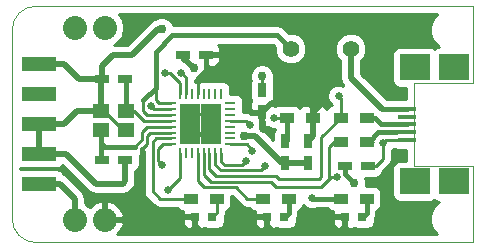
<source format=gbr>
G04 #@! TF.FileFunction,Copper,L1,Top,Signal*
%FSLAX46Y46*%
G04 Gerber Fmt 4.6, Leading zero omitted, Abs format (unit mm)*
G04 Created by KiCad (PCBNEW 4.0.4-stable) date 12/05/16 16:27:04*
%MOMM*%
%LPD*%
G01*
G04 APERTURE LIST*
%ADD10C,0.100000*%
%ADD11R,3.000000X1.200000*%
%ADD12C,1.397000*%
%ADD13R,0.900000X0.250000*%
%ADD14R,0.250000X0.900000*%
%ADD15R,1.725000X1.725000*%
%ADD16O,2.032000X2.032000*%
%ADD17R,1.500000X0.400000*%
%ADD18R,2.500000X2.200000*%
%ADD19R,1.200000X0.750000*%
%ADD20R,0.750000X1.200000*%
%ADD21R,0.797560X0.797560*%
%ADD22R,1.200000X0.900000*%
%ADD23R,1.400000X1.200000*%
%ADD24C,0.760000*%
%ADD25C,0.660000*%
%ADD26C,0.381000*%
%ADD27C,0.508000*%
%ADD28C,0.254000*%
G04 APERTURE END LIST*
D10*
X179000000Y-63500000D02*
X179000000Y-70000000D01*
X179000000Y-56500000D02*
X179000000Y-50000000D01*
X174000000Y-63500000D02*
X179000000Y-63500000D01*
X174000000Y-56500000D02*
X174000000Y-63500000D01*
X179000000Y-56500000D02*
X174000000Y-56500000D01*
X179000000Y-50000000D02*
X142000000Y-50000000D01*
X179000000Y-70000000D02*
X142000000Y-70000000D01*
X140000000Y-52000000D02*
X140000000Y-68000000D01*
X140000000Y-68000000D02*
G75*
G03X142000000Y-70000000I2000000J0D01*
G01*
X142000000Y-50000000D02*
G75*
G03X140000000Y-52000000I0J-2000000D01*
G01*
D11*
X142240000Y-65024000D03*
X142240000Y-62484000D03*
X142240000Y-59944000D03*
X142240000Y-57404000D03*
X142240000Y-54864000D03*
D12*
X168656000Y-53594000D03*
X163576000Y-53594000D03*
D13*
X153456000Y-58194000D03*
X153456000Y-58694000D03*
X153456000Y-59194000D03*
X153456000Y-59694000D03*
X153456000Y-60194000D03*
X153456000Y-60694000D03*
X153456000Y-61194000D03*
X153456000Y-61694000D03*
D14*
X154206000Y-62444000D03*
X154706000Y-62444000D03*
X155206000Y-62444000D03*
X155706000Y-62444000D03*
X156206000Y-62444000D03*
X156706000Y-62444000D03*
X157206000Y-62444000D03*
X157706000Y-62444000D03*
D13*
X158456000Y-61694000D03*
X158456000Y-61194000D03*
X158456000Y-60694000D03*
X158456000Y-60194000D03*
X158456000Y-59694000D03*
X158456000Y-59194000D03*
X158456000Y-58694000D03*
X158456000Y-58194000D03*
D14*
X157706000Y-57444000D03*
X157206000Y-57444000D03*
X156706000Y-57444000D03*
X156206000Y-57444000D03*
X155706000Y-57444000D03*
X155206000Y-57444000D03*
X154706000Y-57444000D03*
X154206000Y-57444000D03*
D15*
X156818500Y-60806500D03*
X156818500Y-59081500D03*
X155093500Y-60806500D03*
X155093500Y-59081500D03*
D16*
X147828000Y-68072000D03*
X145288000Y-68072000D03*
X145288000Y-51816000D03*
X147828000Y-51816000D03*
D17*
X173400000Y-61300000D03*
X173400000Y-60650000D03*
X173400000Y-60000000D03*
X173400000Y-59350000D03*
X173400000Y-58700000D03*
D18*
X174100000Y-64825000D03*
X177400000Y-64825000D03*
X174100000Y-55175000D03*
X177400000Y-55175000D03*
D19*
X168214000Y-63500000D03*
X170114000Y-63500000D03*
D20*
X165036500Y-63307000D03*
X165036500Y-61407000D03*
X163131500Y-63307000D03*
X163131500Y-61407000D03*
D19*
X149540000Y-56134000D03*
X147640000Y-56134000D03*
X147640000Y-62992000D03*
X149540000Y-62992000D03*
D20*
X161163000Y-57089000D03*
X161163000Y-58989000D03*
D19*
X154498000Y-54102000D03*
X156398000Y-54102000D03*
D21*
X155460700Y-67818000D03*
X156959300Y-67818000D03*
X161556700Y-67818000D03*
X163055300Y-67818000D03*
X168160700Y-67818000D03*
X169659300Y-67818000D03*
D22*
X167810000Y-61468000D03*
X170010000Y-61468000D03*
X167810000Y-59436000D03*
X170010000Y-59436000D03*
X163238000Y-59436000D03*
X165438000Y-59436000D03*
X157310000Y-66294000D03*
X155110000Y-66294000D03*
X163406000Y-66294000D03*
X161206000Y-66294000D03*
X170010000Y-66294000D03*
X167810000Y-66294000D03*
D23*
X147540000Y-58890000D03*
X149640000Y-58890000D03*
X147540000Y-60490000D03*
X149640000Y-60490000D03*
D24*
X155093500Y-60806500D03*
X156908500Y-58737500D03*
X155384500Y-55245000D03*
D25*
X155067000Y-58801000D03*
D24*
X161163000Y-55943500D03*
X159639000Y-60960000D03*
X156718000Y-60896500D03*
X168973500Y-64960500D03*
X152654000Y-51943000D03*
D25*
X171386500Y-61595000D03*
X167513000Y-64452500D03*
X167640000Y-57594500D03*
D24*
X166243000Y-58166000D03*
D25*
X161226500Y-60388500D03*
D24*
X164973000Y-67627500D03*
D25*
X162179000Y-59436000D03*
X151765000Y-58483500D03*
X152971500Y-55626000D03*
X154305000Y-55626000D03*
X153162000Y-65595500D03*
X160337500Y-62230000D03*
X159766000Y-63119000D03*
X152654000Y-63436500D03*
X165417500Y-66230500D03*
X160147000Y-60071000D03*
X161417000Y-63563500D03*
D26*
X156818500Y-60806500D02*
X155093500Y-60806500D01*
D27*
X149540000Y-62992000D02*
X149540000Y-64836000D01*
X144526000Y-62484000D02*
X142240000Y-62484000D01*
X147066000Y-65024000D02*
X144526000Y-62484000D01*
X149352000Y-65024000D02*
X147066000Y-65024000D01*
X149540000Y-64836000D02*
X149352000Y-65024000D01*
X142240000Y-62484000D02*
X142240000Y-59944000D01*
X147540000Y-58890000D02*
X145453000Y-58890000D01*
X145453000Y-58890000D02*
X144399000Y-59944000D01*
X144399000Y-59944000D02*
X142240000Y-59944000D01*
X147640000Y-56134000D02*
X145669000Y-56134000D01*
X145669000Y-56134000D02*
X144399000Y-54864000D01*
X144399000Y-54864000D02*
X142240000Y-54864000D01*
D28*
X156908500Y-58737500D02*
X156818500Y-58827500D01*
X156818500Y-58827500D02*
X156818500Y-59081500D01*
X156818500Y-59081500D02*
X156818500Y-60806500D01*
X154498000Y-54102000D02*
X154498000Y-54358500D01*
D27*
X154498000Y-54358500D02*
X155384500Y-55245000D01*
D28*
X155067000Y-58801000D02*
X155347500Y-59081500D01*
X155347500Y-59081500D02*
X156818500Y-59081500D01*
D27*
X165036500Y-63307000D02*
X163131500Y-63307000D01*
D26*
X173400000Y-58700000D02*
X171285500Y-58700000D01*
D27*
X171285500Y-58700000D02*
X168656000Y-56070500D01*
X168656000Y-56070500D02*
X168656000Y-53594000D01*
D28*
X144399000Y-54864000D02*
X142240000Y-54864000D01*
X144399000Y-59944000D02*
X142240000Y-59944000D01*
X145453000Y-58890000D02*
X144399000Y-59944000D01*
D27*
X147540000Y-58890000D02*
X147540000Y-56234000D01*
D28*
X147540000Y-56234000D02*
X147640000Y-56134000D01*
X149640000Y-60490000D02*
X149390000Y-60490000D01*
X149390000Y-60490000D02*
X147790000Y-58890000D01*
X147790000Y-58890000D02*
X147540000Y-58890000D01*
X147667000Y-56234000D02*
X147767000Y-56134000D01*
X161163000Y-55943500D02*
X161163000Y-57089000D01*
X156808000Y-60806500D02*
X156818500Y-60806500D01*
D27*
X160528000Y-60960000D02*
X159639000Y-60960000D01*
D28*
X156718000Y-60896500D02*
X156808000Y-60806500D01*
D27*
X162875000Y-63307000D02*
X160528000Y-60960000D01*
D28*
X163131500Y-63307000D02*
X162875000Y-63307000D01*
D26*
X168214000Y-64201000D02*
X168973500Y-64960500D01*
X168214000Y-63500000D02*
X168214000Y-64201000D01*
D27*
X147640000Y-55052000D02*
X148526500Y-54165500D01*
X148526500Y-54165500D02*
X150114000Y-54165500D01*
X150114000Y-54165500D02*
X152336500Y-51943000D01*
X152336500Y-51943000D02*
X152654000Y-51943000D01*
X147640000Y-56134000D02*
X147640000Y-55052000D01*
D28*
X170114000Y-63500000D02*
X170815000Y-63500000D01*
X171386500Y-62928500D02*
X171386500Y-61595000D01*
X170815000Y-63500000D02*
X171386500Y-62928500D01*
X173400000Y-61300000D02*
X171681500Y-61300000D01*
X171681500Y-61300000D02*
X171386500Y-61595000D01*
X167513000Y-64452500D02*
X167005000Y-64452500D01*
X167005000Y-64452500D02*
X166624000Y-64833500D01*
X166814500Y-64008000D02*
X166814500Y-64643000D01*
X166814500Y-64643000D02*
X166624000Y-64833500D01*
X165417500Y-65278000D02*
X166179500Y-65278000D01*
X166179500Y-65278000D02*
X166624000Y-64833500D01*
X157988000Y-64909698D02*
X161937698Y-64909698D01*
X156206000Y-64321500D02*
X156794198Y-64909698D01*
X156794198Y-64909698D02*
X157988000Y-64909698D01*
X156206000Y-62444000D02*
X156206000Y-64321500D01*
X162306000Y-65278000D02*
X165417500Y-65278000D01*
X165417500Y-65278000D02*
X165671500Y-65278000D01*
X161937698Y-64909698D02*
X162306000Y-65278000D01*
X167810000Y-61468000D02*
X167259000Y-61468000D01*
X167259000Y-61468000D02*
X166814500Y-61912500D01*
X166814500Y-61912500D02*
X166814500Y-64008000D01*
X166814500Y-64008000D02*
X166814500Y-64135000D01*
X165227000Y-64643000D02*
X165989000Y-64643000D01*
X156706000Y-63805500D02*
X157289500Y-64389000D01*
X157289500Y-64389000D02*
X162369500Y-64389000D01*
X162369500Y-64389000D02*
X162623500Y-64643000D01*
X162623500Y-64643000D02*
X165227000Y-64643000D01*
X156706000Y-62444000D02*
X156706000Y-63805500D01*
X166179500Y-61087000D02*
X167810000Y-59456500D01*
X166179500Y-64452500D02*
X166179500Y-61087000D01*
X165989000Y-64643000D02*
X166179500Y-64452500D01*
X167810000Y-59456500D02*
X167810000Y-59436000D01*
X167810000Y-59436000D02*
X167810000Y-57764500D01*
X167810000Y-57764500D02*
X167640000Y-57594500D01*
D27*
X147828000Y-68072000D02*
X149606000Y-68072000D01*
D28*
X151713500Y-60694000D02*
X151447500Y-60960000D01*
X151447500Y-60960000D02*
X151447500Y-61658500D01*
X151447500Y-61658500D02*
X151003000Y-62103000D01*
D26*
X151003000Y-62103000D02*
X151003000Y-65913000D01*
D28*
X151713500Y-60694000D02*
X153456000Y-60694000D01*
D27*
X151003000Y-66675000D02*
X151003000Y-65913000D01*
X149606000Y-68072000D02*
X151003000Y-66675000D01*
X155460700Y-67818000D02*
X150114000Y-67818000D01*
X149860000Y-68072000D02*
X147828000Y-68072000D01*
X150114000Y-67818000D02*
X149860000Y-68072000D01*
D26*
X168160700Y-67818000D02*
X165163500Y-67818000D01*
X165163500Y-67818000D02*
X164973000Y-67627500D01*
D27*
X165438000Y-59436000D02*
X165438000Y-61005500D01*
X165438000Y-61005500D02*
X165036500Y-61407000D01*
X165438000Y-59436000D02*
X165438000Y-58971000D01*
X165438000Y-58971000D02*
X166243000Y-58166000D01*
X162750500Y-58166000D02*
X161986000Y-58166000D01*
X161986000Y-58166000D02*
X161163000Y-58989000D01*
X156398000Y-54102000D02*
X161417000Y-54102000D01*
X165481000Y-58166000D02*
X166243000Y-58166000D01*
X161417000Y-54102000D02*
X165481000Y-58166000D01*
X166243000Y-58166000D02*
X162750500Y-58166000D01*
D28*
X161986000Y-58166000D02*
X161163000Y-58989000D01*
D27*
X165438000Y-58971000D02*
X166243000Y-58166000D01*
D28*
X168160700Y-67818000D02*
X166751000Y-67818000D01*
X165438000Y-61005500D02*
X165036500Y-61407000D01*
D27*
X162306000Y-69151500D02*
X156019500Y-69151500D01*
X155460700Y-68592700D02*
X155460700Y-67818000D01*
X156019500Y-69151500D02*
X155460700Y-68592700D01*
X168160700Y-67818000D02*
X168160700Y-68694300D01*
X161556700Y-68592700D02*
X161556700Y-67818000D01*
X162115500Y-69151500D02*
X161556700Y-68592700D01*
X167703500Y-69151500D02*
X162306000Y-69151500D01*
D28*
X162306000Y-69151500D02*
X162115500Y-69151500D01*
D27*
X168160700Y-68694300D02*
X167703500Y-69151500D01*
D28*
X155706000Y-57444000D02*
X155706000Y-56066500D01*
D26*
X156398000Y-55374500D02*
X156398000Y-54102000D01*
X155706000Y-56066500D02*
X156398000Y-55374500D01*
D27*
X161163000Y-60325000D02*
X161163000Y-58989000D01*
D28*
X161226500Y-60388500D02*
X161163000Y-60325000D01*
X165163500Y-67818000D02*
X164973000Y-67627500D01*
D26*
X163238000Y-59436000D02*
X163238000Y-61300500D01*
D28*
X163238000Y-61300500D02*
X163131500Y-61407000D01*
X153456000Y-58694000D02*
X151975500Y-58694000D01*
X162179000Y-59436000D02*
X163238000Y-59436000D01*
X151975500Y-58694000D02*
X151765000Y-58483500D01*
D26*
X149640000Y-58890000D02*
X149640000Y-56234000D01*
D28*
X149640000Y-56234000D02*
X149540000Y-56134000D01*
X153456000Y-59694000D02*
X151134000Y-59694000D01*
X151134000Y-59694000D02*
X150330000Y-58890000D01*
X150330000Y-58890000D02*
X149640000Y-58890000D01*
X149767000Y-56234000D02*
X149667000Y-56134000D01*
D26*
X147540000Y-60490000D02*
X147540000Y-62892000D01*
D28*
X147540000Y-62892000D02*
X147640000Y-62992000D01*
X153456000Y-60194000D02*
X151451500Y-60194000D01*
X147540000Y-61561000D02*
X147540000Y-60490000D01*
D26*
X147891500Y-61912500D02*
X147540000Y-61561000D01*
X150368000Y-61912500D02*
X147891500Y-61912500D01*
D28*
X151003000Y-61277500D02*
X150368000Y-61912500D01*
X151003000Y-60642500D02*
X151003000Y-61277500D01*
X151451500Y-60194000D02*
X151003000Y-60642500D01*
D26*
X172529500Y-60650000D02*
X170998000Y-60650000D01*
X170998000Y-60650000D02*
X170180000Y-61468000D01*
X170180000Y-61468000D02*
X170010000Y-61468000D01*
D28*
X173400000Y-60650000D02*
X172529500Y-60650000D01*
X170561000Y-61468000D02*
X170010000Y-61468000D01*
D26*
X173400000Y-60000000D02*
X171252000Y-60000000D01*
X171252000Y-60000000D02*
X170688000Y-59436000D01*
X170688000Y-59436000D02*
X170010000Y-59436000D01*
D28*
X170688000Y-59436000D02*
X170010000Y-59436000D01*
D26*
X171252000Y-60000000D02*
X170688000Y-59436000D01*
D28*
X157310000Y-66294000D02*
X157310000Y-67467300D01*
X157310000Y-67467300D02*
X156959300Y-67818000D01*
D26*
X163406000Y-66294000D02*
X163406000Y-67467300D01*
X163406000Y-67467300D02*
X163055300Y-67818000D01*
D28*
X163406000Y-67467300D02*
X163055300Y-67818000D01*
D26*
X170010000Y-66294000D02*
X170010000Y-67467300D01*
X170010000Y-67467300D02*
X169659300Y-67818000D01*
D28*
X170010000Y-67467300D02*
X169659300Y-67818000D01*
X170010000Y-67467300D02*
X169659300Y-67818000D01*
D27*
X145288000Y-68072000D02*
X145288000Y-66294000D01*
X144018000Y-65024000D02*
X142240000Y-65024000D01*
X145288000Y-66294000D02*
X144018000Y-65024000D01*
D28*
X154206000Y-56479500D02*
X153352500Y-55626000D01*
X153352500Y-55626000D02*
X152971500Y-55626000D01*
X154206000Y-57444000D02*
X154206000Y-56479500D01*
X154706000Y-56027000D02*
X154305000Y-55626000D01*
X154706000Y-56027000D02*
X154706000Y-57444000D01*
X154206000Y-62444000D02*
X154206000Y-64551500D01*
X154206000Y-64551500D02*
X153162000Y-65595500D01*
X154206000Y-62444000D02*
X154206000Y-63980000D01*
X158456000Y-61694000D02*
X159865000Y-61694000D01*
X160337500Y-62166500D02*
X160337500Y-62230000D01*
X159865000Y-61694000D02*
X160337500Y-62166500D01*
X159448500Y-63436500D02*
X159766000Y-63119000D01*
X157706000Y-62444000D02*
X157706000Y-63154500D01*
X157988000Y-63436500D02*
X158940500Y-63436500D01*
X157706000Y-63154500D02*
X157988000Y-63436500D01*
X158940500Y-63436500D02*
X159448500Y-63436500D01*
X152336500Y-62103000D02*
X152336500Y-63119000D01*
X152745500Y-61694000D02*
X152336500Y-62103000D01*
X153456000Y-61694000D02*
X152745500Y-61694000D01*
X152336500Y-63119000D02*
X152654000Y-63436500D01*
X155110000Y-66294000D02*
X152527000Y-66294000D01*
X151892000Y-65659000D02*
X151892000Y-64706500D01*
X152527000Y-66294000D02*
X151892000Y-65659000D01*
X152153302Y-61194000D02*
X151892000Y-61455302D01*
X152153302Y-61194000D02*
X153456000Y-61194000D01*
X151892000Y-61455302D02*
X151892000Y-64706500D01*
X155706000Y-62444000D02*
X155706000Y-64774000D01*
X159893000Y-66294000D02*
X161206000Y-66294000D01*
X158940500Y-65341500D02*
X159893000Y-66294000D01*
X156273500Y-65341500D02*
X158940500Y-65341500D01*
X155706000Y-64774000D02*
X156273500Y-65341500D01*
X165417500Y-66230500D02*
X165481000Y-66294000D01*
D26*
X165481000Y-66294000D02*
X167810000Y-66294000D01*
D28*
X158456000Y-59694000D02*
X159770000Y-59694000D01*
X159770000Y-59694000D02*
X160147000Y-60071000D01*
X153456000Y-59194000D02*
X151396000Y-59194000D01*
X152146000Y-56896000D02*
X152146000Y-56832500D01*
D26*
X151066500Y-57975500D02*
X152146000Y-56896000D01*
D28*
X151066500Y-58864500D02*
X151066500Y-57975500D01*
X151396000Y-59194000D02*
X151066500Y-58864500D01*
X153456000Y-58194000D02*
X152428000Y-58194000D01*
D26*
X162433000Y-52451000D02*
X163576000Y-53594000D01*
X153543000Y-52451000D02*
X162433000Y-52451000D01*
X152146000Y-53848000D02*
X153543000Y-52451000D01*
D28*
X152146000Y-57912000D02*
X152146000Y-56769000D01*
D26*
X152146000Y-56769000D02*
X152146000Y-53848000D01*
D28*
X152428000Y-58194000D02*
X152146000Y-57912000D01*
X157206000Y-62444000D02*
X157206000Y-63416500D01*
X161099500Y-63881000D02*
X161417000Y-63563500D01*
X157670500Y-63881000D02*
X161099500Y-63881000D01*
X157206000Y-63416500D02*
X157670500Y-63881000D01*
G36*
X165183500Y-61534000D02*
X165163500Y-61534000D01*
X165163500Y-61554000D01*
X164909500Y-61554000D01*
X164909500Y-61534000D01*
X164889500Y-61534000D01*
X164889500Y-61280000D01*
X164909500Y-61280000D01*
X164909500Y-61260000D01*
X165163500Y-61260000D01*
X165163500Y-61280000D01*
X165183500Y-61280000D01*
X165183500Y-61534000D01*
X165183500Y-61534000D01*
G37*
X165183500Y-61534000D02*
X165163500Y-61534000D01*
X165163500Y-61554000D01*
X164909500Y-61554000D01*
X164909500Y-61534000D01*
X164889500Y-61534000D01*
X164889500Y-61280000D01*
X164909500Y-61280000D01*
X164909500Y-61260000D01*
X165163500Y-61260000D01*
X165163500Y-61280000D01*
X165183500Y-61280000D01*
X165183500Y-61534000D01*
G36*
X176173475Y-66572440D02*
X176075057Y-66613106D01*
X175614722Y-67072637D01*
X175365284Y-67673352D01*
X175364716Y-68323795D01*
X175613106Y-68924943D01*
X176002481Y-69315000D01*
X168033700Y-69315000D01*
X168033700Y-68693030D01*
X168033700Y-67945000D01*
X167285670Y-67945000D01*
X167126920Y-68103750D01*
X167126920Y-68343090D01*
X167223593Y-68576479D01*
X167402222Y-68755107D01*
X167635611Y-68851780D01*
X167874950Y-68851780D01*
X168033700Y-68693030D01*
X168033700Y-69315000D01*
X161429700Y-69315000D01*
X161429700Y-68693030D01*
X161429700Y-67945000D01*
X160681670Y-67945000D01*
X160522920Y-68103750D01*
X160522920Y-68343090D01*
X160619593Y-68576479D01*
X160798222Y-68755107D01*
X161031611Y-68851780D01*
X161270950Y-68851780D01*
X161429700Y-68693030D01*
X161429700Y-69315000D01*
X155333700Y-69315000D01*
X155333700Y-68693030D01*
X155333700Y-67945000D01*
X154585670Y-67945000D01*
X154426920Y-68103750D01*
X154426920Y-68343090D01*
X154523593Y-68576479D01*
X154702222Y-68755107D01*
X154935611Y-68851780D01*
X155174950Y-68851780D01*
X155333700Y-68693030D01*
X155333700Y-69315000D01*
X148869021Y-69315000D01*
X149165188Y-69040379D01*
X149433983Y-68454946D01*
X149433983Y-67689054D01*
X149165188Y-67103621D01*
X148692818Y-66665615D01*
X148210944Y-66466025D01*
X147955000Y-66585164D01*
X147955000Y-67945000D01*
X149315367Y-67945000D01*
X149433983Y-67689054D01*
X149433983Y-68454946D01*
X149315367Y-68199000D01*
X147955000Y-68199000D01*
X147955000Y-68219000D01*
X147701000Y-68219000D01*
X147701000Y-68199000D01*
X147681000Y-68199000D01*
X147681000Y-67945000D01*
X147701000Y-67945000D01*
X147701000Y-66585164D01*
X147445056Y-66466025D01*
X146963182Y-66665615D01*
X146564434Y-67035354D01*
X146455433Y-66872222D01*
X146177000Y-66686178D01*
X146177000Y-66294000D01*
X146109329Y-65953795D01*
X146109329Y-65953794D01*
X145916618Y-65665382D01*
X144646618Y-64395382D01*
X144358206Y-64202671D01*
X144343947Y-64199834D01*
X144340463Y-64181877D01*
X144200673Y-63969073D01*
X143989640Y-63826623D01*
X143740000Y-63776560D01*
X140740000Y-63776560D01*
X140685000Y-63787231D01*
X140685000Y-63720410D01*
X140740000Y-63731440D01*
X143740000Y-63731440D01*
X143982123Y-63684463D01*
X144194927Y-63544673D01*
X144249133Y-63464369D01*
X146437382Y-65652618D01*
X146725794Y-65845329D01*
X147066000Y-65913000D01*
X149352000Y-65913000D01*
X149692205Y-65845329D01*
X149692206Y-65845329D01*
X149980618Y-65652618D01*
X150168618Y-65464618D01*
X150361329Y-65176206D01*
X150361329Y-65176205D01*
X150429000Y-64836000D01*
X150429000Y-63936669D01*
X150594927Y-63827673D01*
X150737377Y-63616640D01*
X150787440Y-63367000D01*
X150787440Y-62617000D01*
X150785547Y-62607247D01*
X150951717Y-62496217D01*
X151130000Y-62229397D01*
X151130000Y-64706500D01*
X151130000Y-65659000D01*
X151188004Y-65950605D01*
X151353185Y-66197815D01*
X151988185Y-66832816D01*
X152136376Y-66931834D01*
X152235395Y-66997996D01*
X152235396Y-66997996D01*
X152527000Y-67056000D01*
X153955438Y-67056000D01*
X154049327Y-67198927D01*
X154260360Y-67341377D01*
X154426920Y-67374779D01*
X154426920Y-67532250D01*
X154585670Y-67691000D01*
X155333700Y-67691000D01*
X155333700Y-67671000D01*
X155587700Y-67671000D01*
X155587700Y-67691000D01*
X155607700Y-67691000D01*
X155607700Y-67945000D01*
X155587700Y-67945000D01*
X155587700Y-68693030D01*
X155746450Y-68851780D01*
X155985789Y-68851780D01*
X156219178Y-68755107D01*
X156220879Y-68753405D01*
X156310880Y-68814157D01*
X156560520Y-68864220D01*
X157358080Y-68864220D01*
X157600203Y-68817243D01*
X157813007Y-68677453D01*
X157955457Y-68466420D01*
X158005520Y-68216780D01*
X158005520Y-67771590D01*
X158005520Y-67771589D01*
X158013996Y-67758905D01*
X158013996Y-67758904D01*
X158072000Y-67467300D01*
X158072000Y-67360008D01*
X158152123Y-67344463D01*
X158364927Y-67204673D01*
X158507377Y-66993640D01*
X158557440Y-66744000D01*
X158557440Y-66103500D01*
X158624869Y-66103500D01*
X159354184Y-66832815D01*
X159354185Y-66832815D01*
X159601395Y-66997996D01*
X159893000Y-67056000D01*
X160051438Y-67056000D01*
X160145327Y-67198927D01*
X160356360Y-67341377D01*
X160522920Y-67374779D01*
X160522920Y-67532250D01*
X160681670Y-67691000D01*
X161429700Y-67691000D01*
X161429700Y-67671000D01*
X161683700Y-67671000D01*
X161683700Y-67691000D01*
X161703700Y-67691000D01*
X161703700Y-67945000D01*
X161683700Y-67945000D01*
X161683700Y-68693030D01*
X161842450Y-68851780D01*
X162081789Y-68851780D01*
X162315178Y-68755107D01*
X162316879Y-68753405D01*
X162406880Y-68814157D01*
X162656520Y-68864220D01*
X163454080Y-68864220D01*
X163696203Y-68817243D01*
X163909007Y-68677453D01*
X164051457Y-68466420D01*
X164101520Y-68216780D01*
X164101520Y-67883691D01*
X164168663Y-67783205D01*
X164231500Y-67467300D01*
X164231501Y-67467300D01*
X164231500Y-67467294D01*
X164231500Y-67347688D01*
X164248123Y-67344463D01*
X164460927Y-67204673D01*
X164603377Y-66993640D01*
X164638909Y-66816457D01*
X164870158Y-67048110D01*
X165224708Y-67195332D01*
X165608608Y-67195667D01*
X165792946Y-67119500D01*
X166697151Y-67119500D01*
X166749327Y-67198927D01*
X166960360Y-67341377D01*
X167126920Y-67374779D01*
X167126920Y-67532250D01*
X167285670Y-67691000D01*
X168033700Y-67691000D01*
X168033700Y-67671000D01*
X168287700Y-67671000D01*
X168287700Y-67691000D01*
X168307700Y-67691000D01*
X168307700Y-67945000D01*
X168287700Y-67945000D01*
X168287700Y-68693030D01*
X168446450Y-68851780D01*
X168685789Y-68851780D01*
X168919178Y-68755107D01*
X168920879Y-68753405D01*
X169010880Y-68814157D01*
X169260520Y-68864220D01*
X170058080Y-68864220D01*
X170300203Y-68817243D01*
X170513007Y-68677453D01*
X170655457Y-68466420D01*
X170705520Y-68216780D01*
X170705520Y-67883691D01*
X170772663Y-67783205D01*
X170835500Y-67467300D01*
X170835501Y-67467300D01*
X170835500Y-67467294D01*
X170835500Y-67347688D01*
X170852123Y-67344463D01*
X171064927Y-67204673D01*
X171207377Y-66993640D01*
X171257440Y-66744000D01*
X171257440Y-65844000D01*
X171210463Y-65601877D01*
X171070673Y-65389073D01*
X170859640Y-65246623D01*
X170610000Y-65196560D01*
X169974504Y-65196560D01*
X169988323Y-65163282D01*
X169988676Y-64759490D01*
X169890728Y-64522440D01*
X170714000Y-64522440D01*
X170956123Y-64475463D01*
X171168927Y-64335673D01*
X171311377Y-64124640D01*
X171324685Y-64058279D01*
X171324685Y-64058278D01*
X171353815Y-64038815D01*
X171925315Y-63467315D01*
X172090496Y-63220105D01*
X172148499Y-62928500D01*
X172148500Y-62928500D01*
X172148500Y-62197854D01*
X172204110Y-62142342D01*
X172237470Y-62062000D01*
X172347950Y-62062000D01*
X172400360Y-62097377D01*
X172650000Y-62147440D01*
X173315000Y-62147440D01*
X173315000Y-63077560D01*
X172850000Y-63077560D01*
X172607877Y-63124537D01*
X172395073Y-63264327D01*
X172252623Y-63475360D01*
X172202560Y-63725000D01*
X172202560Y-65925000D01*
X172249537Y-66167123D01*
X172389327Y-66379927D01*
X172600360Y-66522377D01*
X172850000Y-66572440D01*
X175350000Y-66572440D01*
X175592123Y-66525463D01*
X175750654Y-66421324D01*
X175900360Y-66522377D01*
X176150000Y-66572440D01*
X176173475Y-66572440D01*
X176173475Y-66572440D01*
G37*
X176173475Y-66572440D02*
X176075057Y-66613106D01*
X175614722Y-67072637D01*
X175365284Y-67673352D01*
X175364716Y-68323795D01*
X175613106Y-68924943D01*
X176002481Y-69315000D01*
X168033700Y-69315000D01*
X168033700Y-68693030D01*
X168033700Y-67945000D01*
X167285670Y-67945000D01*
X167126920Y-68103750D01*
X167126920Y-68343090D01*
X167223593Y-68576479D01*
X167402222Y-68755107D01*
X167635611Y-68851780D01*
X167874950Y-68851780D01*
X168033700Y-68693030D01*
X168033700Y-69315000D01*
X161429700Y-69315000D01*
X161429700Y-68693030D01*
X161429700Y-67945000D01*
X160681670Y-67945000D01*
X160522920Y-68103750D01*
X160522920Y-68343090D01*
X160619593Y-68576479D01*
X160798222Y-68755107D01*
X161031611Y-68851780D01*
X161270950Y-68851780D01*
X161429700Y-68693030D01*
X161429700Y-69315000D01*
X155333700Y-69315000D01*
X155333700Y-68693030D01*
X155333700Y-67945000D01*
X154585670Y-67945000D01*
X154426920Y-68103750D01*
X154426920Y-68343090D01*
X154523593Y-68576479D01*
X154702222Y-68755107D01*
X154935611Y-68851780D01*
X155174950Y-68851780D01*
X155333700Y-68693030D01*
X155333700Y-69315000D01*
X148869021Y-69315000D01*
X149165188Y-69040379D01*
X149433983Y-68454946D01*
X149433983Y-67689054D01*
X149165188Y-67103621D01*
X148692818Y-66665615D01*
X148210944Y-66466025D01*
X147955000Y-66585164D01*
X147955000Y-67945000D01*
X149315367Y-67945000D01*
X149433983Y-67689054D01*
X149433983Y-68454946D01*
X149315367Y-68199000D01*
X147955000Y-68199000D01*
X147955000Y-68219000D01*
X147701000Y-68219000D01*
X147701000Y-68199000D01*
X147681000Y-68199000D01*
X147681000Y-67945000D01*
X147701000Y-67945000D01*
X147701000Y-66585164D01*
X147445056Y-66466025D01*
X146963182Y-66665615D01*
X146564434Y-67035354D01*
X146455433Y-66872222D01*
X146177000Y-66686178D01*
X146177000Y-66294000D01*
X146109329Y-65953795D01*
X146109329Y-65953794D01*
X145916618Y-65665382D01*
X144646618Y-64395382D01*
X144358206Y-64202671D01*
X144343947Y-64199834D01*
X144340463Y-64181877D01*
X144200673Y-63969073D01*
X143989640Y-63826623D01*
X143740000Y-63776560D01*
X140740000Y-63776560D01*
X140685000Y-63787231D01*
X140685000Y-63720410D01*
X140740000Y-63731440D01*
X143740000Y-63731440D01*
X143982123Y-63684463D01*
X144194927Y-63544673D01*
X144249133Y-63464369D01*
X146437382Y-65652618D01*
X146725794Y-65845329D01*
X147066000Y-65913000D01*
X149352000Y-65913000D01*
X149692205Y-65845329D01*
X149692206Y-65845329D01*
X149980618Y-65652618D01*
X150168618Y-65464618D01*
X150361329Y-65176206D01*
X150361329Y-65176205D01*
X150429000Y-64836000D01*
X150429000Y-63936669D01*
X150594927Y-63827673D01*
X150737377Y-63616640D01*
X150787440Y-63367000D01*
X150787440Y-62617000D01*
X150785547Y-62607247D01*
X150951717Y-62496217D01*
X151130000Y-62229397D01*
X151130000Y-64706500D01*
X151130000Y-65659000D01*
X151188004Y-65950605D01*
X151353185Y-66197815D01*
X151988185Y-66832816D01*
X152136376Y-66931834D01*
X152235395Y-66997996D01*
X152235396Y-66997996D01*
X152527000Y-67056000D01*
X153955438Y-67056000D01*
X154049327Y-67198927D01*
X154260360Y-67341377D01*
X154426920Y-67374779D01*
X154426920Y-67532250D01*
X154585670Y-67691000D01*
X155333700Y-67691000D01*
X155333700Y-67671000D01*
X155587700Y-67671000D01*
X155587700Y-67691000D01*
X155607700Y-67691000D01*
X155607700Y-67945000D01*
X155587700Y-67945000D01*
X155587700Y-68693030D01*
X155746450Y-68851780D01*
X155985789Y-68851780D01*
X156219178Y-68755107D01*
X156220879Y-68753405D01*
X156310880Y-68814157D01*
X156560520Y-68864220D01*
X157358080Y-68864220D01*
X157600203Y-68817243D01*
X157813007Y-68677453D01*
X157955457Y-68466420D01*
X158005520Y-68216780D01*
X158005520Y-67771590D01*
X158005520Y-67771589D01*
X158013996Y-67758905D01*
X158013996Y-67758904D01*
X158072000Y-67467300D01*
X158072000Y-67360008D01*
X158152123Y-67344463D01*
X158364927Y-67204673D01*
X158507377Y-66993640D01*
X158557440Y-66744000D01*
X158557440Y-66103500D01*
X158624869Y-66103500D01*
X159354184Y-66832815D01*
X159354185Y-66832815D01*
X159601395Y-66997996D01*
X159893000Y-67056000D01*
X160051438Y-67056000D01*
X160145327Y-67198927D01*
X160356360Y-67341377D01*
X160522920Y-67374779D01*
X160522920Y-67532250D01*
X160681670Y-67691000D01*
X161429700Y-67691000D01*
X161429700Y-67671000D01*
X161683700Y-67671000D01*
X161683700Y-67691000D01*
X161703700Y-67691000D01*
X161703700Y-67945000D01*
X161683700Y-67945000D01*
X161683700Y-68693030D01*
X161842450Y-68851780D01*
X162081789Y-68851780D01*
X162315178Y-68755107D01*
X162316879Y-68753405D01*
X162406880Y-68814157D01*
X162656520Y-68864220D01*
X163454080Y-68864220D01*
X163696203Y-68817243D01*
X163909007Y-68677453D01*
X164051457Y-68466420D01*
X164101520Y-68216780D01*
X164101520Y-67883691D01*
X164168663Y-67783205D01*
X164231500Y-67467300D01*
X164231501Y-67467300D01*
X164231500Y-67467294D01*
X164231500Y-67347688D01*
X164248123Y-67344463D01*
X164460927Y-67204673D01*
X164603377Y-66993640D01*
X164638909Y-66816457D01*
X164870158Y-67048110D01*
X165224708Y-67195332D01*
X165608608Y-67195667D01*
X165792946Y-67119500D01*
X166697151Y-67119500D01*
X166749327Y-67198927D01*
X166960360Y-67341377D01*
X167126920Y-67374779D01*
X167126920Y-67532250D01*
X167285670Y-67691000D01*
X168033700Y-67691000D01*
X168033700Y-67671000D01*
X168287700Y-67671000D01*
X168287700Y-67691000D01*
X168307700Y-67691000D01*
X168307700Y-67945000D01*
X168287700Y-67945000D01*
X168287700Y-68693030D01*
X168446450Y-68851780D01*
X168685789Y-68851780D01*
X168919178Y-68755107D01*
X168920879Y-68753405D01*
X169010880Y-68814157D01*
X169260520Y-68864220D01*
X170058080Y-68864220D01*
X170300203Y-68817243D01*
X170513007Y-68677453D01*
X170655457Y-68466420D01*
X170705520Y-68216780D01*
X170705520Y-67883691D01*
X170772663Y-67783205D01*
X170835500Y-67467300D01*
X170835501Y-67467300D01*
X170835500Y-67467294D01*
X170835500Y-67347688D01*
X170852123Y-67344463D01*
X171064927Y-67204673D01*
X171207377Y-66993640D01*
X171257440Y-66744000D01*
X171257440Y-65844000D01*
X171210463Y-65601877D01*
X171070673Y-65389073D01*
X170859640Y-65246623D01*
X170610000Y-65196560D01*
X169974504Y-65196560D01*
X169988323Y-65163282D01*
X169988676Y-64759490D01*
X169890728Y-64522440D01*
X170714000Y-64522440D01*
X170956123Y-64475463D01*
X171168927Y-64335673D01*
X171311377Y-64124640D01*
X171324685Y-64058279D01*
X171324685Y-64058278D01*
X171353815Y-64038815D01*
X171925315Y-63467315D01*
X172090496Y-63220105D01*
X172148499Y-62928500D01*
X172148500Y-62928500D01*
X172148500Y-62197854D01*
X172204110Y-62142342D01*
X172237470Y-62062000D01*
X172347950Y-62062000D01*
X172400360Y-62097377D01*
X172650000Y-62147440D01*
X173315000Y-62147440D01*
X173315000Y-63077560D01*
X172850000Y-63077560D01*
X172607877Y-63124537D01*
X172395073Y-63264327D01*
X172252623Y-63475360D01*
X172202560Y-63725000D01*
X172202560Y-65925000D01*
X172249537Y-66167123D01*
X172389327Y-66379927D01*
X172600360Y-66522377D01*
X172850000Y-66572440D01*
X175350000Y-66572440D01*
X175592123Y-66525463D01*
X175750654Y-66421324D01*
X175900360Y-66522377D01*
X176150000Y-66572440D01*
X176173475Y-66572440D01*
G36*
X176174463Y-53427560D02*
X176150000Y-53427560D01*
X175907877Y-53474537D01*
X175749345Y-53578675D01*
X175599640Y-53477623D01*
X175350000Y-53427560D01*
X172850000Y-53427560D01*
X172607877Y-53474537D01*
X172395073Y-53614327D01*
X172252623Y-53825360D01*
X172202560Y-54075000D01*
X172202560Y-56275000D01*
X172249537Y-56517123D01*
X172389327Y-56729927D01*
X172600360Y-56872377D01*
X172850000Y-56922440D01*
X173315000Y-56922440D01*
X173315000Y-57852560D01*
X172650000Y-57852560D01*
X172536919Y-57874500D01*
X171717235Y-57874500D01*
X169545000Y-55702264D01*
X169545000Y-54590760D01*
X169785827Y-54350353D01*
X169989268Y-53860413D01*
X169989731Y-53329914D01*
X169787146Y-52839620D01*
X169412353Y-52464173D01*
X168922413Y-52260732D01*
X168391914Y-52260269D01*
X167901620Y-52462854D01*
X167526173Y-52837647D01*
X167322732Y-53327587D01*
X167322269Y-53858086D01*
X167524854Y-54348380D01*
X167767000Y-54590948D01*
X167767000Y-56070500D01*
X167834671Y-56410706D01*
X168027382Y-56699118D01*
X168046792Y-56718528D01*
X167832792Y-56629668D01*
X167448892Y-56629333D01*
X167094086Y-56775936D01*
X166822390Y-57047158D01*
X166675168Y-57401708D01*
X166674833Y-57785608D01*
X166821436Y-58140414D01*
X167048000Y-58367373D01*
X167048000Y-58369991D01*
X166967877Y-58385537D01*
X166755073Y-58525327D01*
X166618381Y-58727829D01*
X166576327Y-58626301D01*
X166397698Y-58447673D01*
X166164309Y-58351000D01*
X165723750Y-58351000D01*
X165565000Y-58509750D01*
X165565000Y-59309000D01*
X165585000Y-59309000D01*
X165585000Y-59563000D01*
X165565000Y-59563000D01*
X165565000Y-59583000D01*
X165311000Y-59583000D01*
X165311000Y-59563000D01*
X165291000Y-59563000D01*
X165291000Y-59309000D01*
X165311000Y-59309000D01*
X165311000Y-58509750D01*
X165152250Y-58351000D01*
X164711691Y-58351000D01*
X164478302Y-58447673D01*
X164336823Y-58589150D01*
X164298673Y-58531073D01*
X164087640Y-58388623D01*
X163838000Y-58338560D01*
X162638000Y-58338560D01*
X162395877Y-58385537D01*
X162265660Y-58471075D01*
X162173000Y-58470994D01*
X162173000Y-58262691D01*
X162076327Y-58029302D01*
X162075044Y-58028019D01*
X162135377Y-57938640D01*
X162185440Y-57689000D01*
X162185440Y-56489000D01*
X162138463Y-56246877D01*
X162136985Y-56244628D01*
X162177823Y-56146282D01*
X162178176Y-55742490D01*
X162023977Y-55369300D01*
X161738702Y-55083527D01*
X161365782Y-54928677D01*
X160961990Y-54928324D01*
X160588800Y-55082523D01*
X160303027Y-55367798D01*
X160148177Y-55740718D01*
X160147824Y-56144510D01*
X160189444Y-56245238D01*
X160140560Y-56489000D01*
X160140560Y-57689000D01*
X160187537Y-57931123D01*
X160251095Y-58027879D01*
X160249673Y-58029302D01*
X160153000Y-58262691D01*
X160153000Y-58703250D01*
X160311750Y-58862000D01*
X161036000Y-58862000D01*
X161036000Y-58842000D01*
X161290000Y-58842000D01*
X161290000Y-58862000D01*
X161310000Y-58862000D01*
X161310000Y-59012418D01*
X161214168Y-59243208D01*
X161213833Y-59627108D01*
X161290000Y-59811446D01*
X161290000Y-60065250D01*
X161448750Y-60224000D01*
X161602099Y-60224000D01*
X161631658Y-60253610D01*
X161986208Y-60400832D01*
X162264617Y-60401074D01*
X162159123Y-60557360D01*
X162109060Y-60807000D01*
X162109060Y-61283824D01*
X161156618Y-60331382D01*
X161099589Y-60293276D01*
X161111832Y-60263792D01*
X161112167Y-59879892D01*
X161036000Y-59695553D01*
X161036000Y-59116000D01*
X160363470Y-59116000D01*
X160339792Y-59106168D01*
X160235319Y-59106076D01*
X160061605Y-58990004D01*
X159770000Y-58932000D01*
X159530778Y-58932000D01*
X159553440Y-58819000D01*
X159553440Y-58569000D01*
X159528786Y-58441934D01*
X159553440Y-58319000D01*
X159553440Y-58069000D01*
X159506463Y-57826877D01*
X159366673Y-57614073D01*
X159155640Y-57471623D01*
X158906000Y-57421560D01*
X158478440Y-57421560D01*
X158478440Y-56994000D01*
X158431463Y-56751877D01*
X158291673Y-56539073D01*
X158080640Y-56396623D01*
X157831000Y-56346560D01*
X157633000Y-56346560D01*
X157581000Y-56346560D01*
X157453934Y-56371213D01*
X157331000Y-56346560D01*
X157081000Y-56346560D01*
X156953934Y-56371213D01*
X156831000Y-56346560D01*
X156581000Y-56346560D01*
X156453934Y-56371213D01*
X156331000Y-56346560D01*
X156081000Y-56346560D01*
X155976313Y-56366871D01*
X155957310Y-56359000D01*
X155927250Y-56359000D01*
X155905672Y-56380577D01*
X155838877Y-56393537D01*
X155705685Y-56481030D01*
X155580640Y-56396623D01*
X155507756Y-56382006D01*
X155484750Y-56359000D01*
X155468000Y-56359000D01*
X155468000Y-56260073D01*
X155585510Y-56260176D01*
X155958700Y-56105977D01*
X156244473Y-55820702D01*
X156399323Y-55447782D01*
X156399616Y-55112000D01*
X156525002Y-55112000D01*
X156525002Y-54953252D01*
X156683750Y-55112000D01*
X157124309Y-55112000D01*
X157357698Y-55015327D01*
X157536327Y-54836699D01*
X157633000Y-54603310D01*
X157633000Y-54387750D01*
X157474250Y-54229000D01*
X156525000Y-54229000D01*
X156525000Y-54249000D01*
X156271000Y-54249000D01*
X156271000Y-54229000D01*
X156251000Y-54229000D01*
X156251000Y-53975000D01*
X156271000Y-53975000D01*
X156271000Y-53955000D01*
X156525000Y-53955000D01*
X156525000Y-53975000D01*
X157474250Y-53975000D01*
X157633000Y-53816250D01*
X157633000Y-53600690D01*
X157536327Y-53367301D01*
X157445525Y-53276500D01*
X162091066Y-53276500D01*
X162242644Y-53428078D01*
X162242269Y-53858086D01*
X162444854Y-54348380D01*
X162819647Y-54723827D01*
X163309587Y-54927268D01*
X163840086Y-54927731D01*
X164330380Y-54725146D01*
X164705827Y-54350353D01*
X164909268Y-53860413D01*
X164909731Y-53329914D01*
X164707146Y-52839620D01*
X164332353Y-52464173D01*
X163842413Y-52260732D01*
X163409788Y-52260354D01*
X163016717Y-51867283D01*
X162748906Y-51688337D01*
X162433000Y-51625500D01*
X153621043Y-51625500D01*
X153514977Y-51368800D01*
X153229702Y-51083027D01*
X152856782Y-50928177D01*
X152452990Y-50927824D01*
X152079800Y-51082023D01*
X152050980Y-51110792D01*
X151996295Y-51121670D01*
X151707882Y-51314382D01*
X149745763Y-53276500D01*
X148605235Y-53276500D01*
X148995433Y-53015778D01*
X149353325Y-52480155D01*
X149479000Y-51848345D01*
X149479000Y-51783655D01*
X149353325Y-51151845D01*
X149041389Y-50685000D01*
X176003037Y-50685000D01*
X175614722Y-51072637D01*
X175365284Y-51673352D01*
X175364716Y-52323795D01*
X175613106Y-52924943D01*
X176072637Y-53385278D01*
X176174463Y-53427560D01*
X176174463Y-53427560D01*
G37*
X176174463Y-53427560D02*
X176150000Y-53427560D01*
X175907877Y-53474537D01*
X175749345Y-53578675D01*
X175599640Y-53477623D01*
X175350000Y-53427560D01*
X172850000Y-53427560D01*
X172607877Y-53474537D01*
X172395073Y-53614327D01*
X172252623Y-53825360D01*
X172202560Y-54075000D01*
X172202560Y-56275000D01*
X172249537Y-56517123D01*
X172389327Y-56729927D01*
X172600360Y-56872377D01*
X172850000Y-56922440D01*
X173315000Y-56922440D01*
X173315000Y-57852560D01*
X172650000Y-57852560D01*
X172536919Y-57874500D01*
X171717235Y-57874500D01*
X169545000Y-55702264D01*
X169545000Y-54590760D01*
X169785827Y-54350353D01*
X169989268Y-53860413D01*
X169989731Y-53329914D01*
X169787146Y-52839620D01*
X169412353Y-52464173D01*
X168922413Y-52260732D01*
X168391914Y-52260269D01*
X167901620Y-52462854D01*
X167526173Y-52837647D01*
X167322732Y-53327587D01*
X167322269Y-53858086D01*
X167524854Y-54348380D01*
X167767000Y-54590948D01*
X167767000Y-56070500D01*
X167834671Y-56410706D01*
X168027382Y-56699118D01*
X168046792Y-56718528D01*
X167832792Y-56629668D01*
X167448892Y-56629333D01*
X167094086Y-56775936D01*
X166822390Y-57047158D01*
X166675168Y-57401708D01*
X166674833Y-57785608D01*
X166821436Y-58140414D01*
X167048000Y-58367373D01*
X167048000Y-58369991D01*
X166967877Y-58385537D01*
X166755073Y-58525327D01*
X166618381Y-58727829D01*
X166576327Y-58626301D01*
X166397698Y-58447673D01*
X166164309Y-58351000D01*
X165723750Y-58351000D01*
X165565000Y-58509750D01*
X165565000Y-59309000D01*
X165585000Y-59309000D01*
X165585000Y-59563000D01*
X165565000Y-59563000D01*
X165565000Y-59583000D01*
X165311000Y-59583000D01*
X165311000Y-59563000D01*
X165291000Y-59563000D01*
X165291000Y-59309000D01*
X165311000Y-59309000D01*
X165311000Y-58509750D01*
X165152250Y-58351000D01*
X164711691Y-58351000D01*
X164478302Y-58447673D01*
X164336823Y-58589150D01*
X164298673Y-58531073D01*
X164087640Y-58388623D01*
X163838000Y-58338560D01*
X162638000Y-58338560D01*
X162395877Y-58385537D01*
X162265660Y-58471075D01*
X162173000Y-58470994D01*
X162173000Y-58262691D01*
X162076327Y-58029302D01*
X162075044Y-58028019D01*
X162135377Y-57938640D01*
X162185440Y-57689000D01*
X162185440Y-56489000D01*
X162138463Y-56246877D01*
X162136985Y-56244628D01*
X162177823Y-56146282D01*
X162178176Y-55742490D01*
X162023977Y-55369300D01*
X161738702Y-55083527D01*
X161365782Y-54928677D01*
X160961990Y-54928324D01*
X160588800Y-55082523D01*
X160303027Y-55367798D01*
X160148177Y-55740718D01*
X160147824Y-56144510D01*
X160189444Y-56245238D01*
X160140560Y-56489000D01*
X160140560Y-57689000D01*
X160187537Y-57931123D01*
X160251095Y-58027879D01*
X160249673Y-58029302D01*
X160153000Y-58262691D01*
X160153000Y-58703250D01*
X160311750Y-58862000D01*
X161036000Y-58862000D01*
X161036000Y-58842000D01*
X161290000Y-58842000D01*
X161290000Y-58862000D01*
X161310000Y-58862000D01*
X161310000Y-59012418D01*
X161214168Y-59243208D01*
X161213833Y-59627108D01*
X161290000Y-59811446D01*
X161290000Y-60065250D01*
X161448750Y-60224000D01*
X161602099Y-60224000D01*
X161631658Y-60253610D01*
X161986208Y-60400832D01*
X162264617Y-60401074D01*
X162159123Y-60557360D01*
X162109060Y-60807000D01*
X162109060Y-61283824D01*
X161156618Y-60331382D01*
X161099589Y-60293276D01*
X161111832Y-60263792D01*
X161112167Y-59879892D01*
X161036000Y-59695553D01*
X161036000Y-59116000D01*
X160363470Y-59116000D01*
X160339792Y-59106168D01*
X160235319Y-59106076D01*
X160061605Y-58990004D01*
X159770000Y-58932000D01*
X159530778Y-58932000D01*
X159553440Y-58819000D01*
X159553440Y-58569000D01*
X159528786Y-58441934D01*
X159553440Y-58319000D01*
X159553440Y-58069000D01*
X159506463Y-57826877D01*
X159366673Y-57614073D01*
X159155640Y-57471623D01*
X158906000Y-57421560D01*
X158478440Y-57421560D01*
X158478440Y-56994000D01*
X158431463Y-56751877D01*
X158291673Y-56539073D01*
X158080640Y-56396623D01*
X157831000Y-56346560D01*
X157633000Y-56346560D01*
X157581000Y-56346560D01*
X157453934Y-56371213D01*
X157331000Y-56346560D01*
X157081000Y-56346560D01*
X156953934Y-56371213D01*
X156831000Y-56346560D01*
X156581000Y-56346560D01*
X156453934Y-56371213D01*
X156331000Y-56346560D01*
X156081000Y-56346560D01*
X155976313Y-56366871D01*
X155957310Y-56359000D01*
X155927250Y-56359000D01*
X155905672Y-56380577D01*
X155838877Y-56393537D01*
X155705685Y-56481030D01*
X155580640Y-56396623D01*
X155507756Y-56382006D01*
X155484750Y-56359000D01*
X155468000Y-56359000D01*
X155468000Y-56260073D01*
X155585510Y-56260176D01*
X155958700Y-56105977D01*
X156244473Y-55820702D01*
X156399323Y-55447782D01*
X156399616Y-55112000D01*
X156525002Y-55112000D01*
X156525002Y-54953252D01*
X156683750Y-55112000D01*
X157124309Y-55112000D01*
X157357698Y-55015327D01*
X157536327Y-54836699D01*
X157633000Y-54603310D01*
X157633000Y-54387750D01*
X157474250Y-54229000D01*
X156525000Y-54229000D01*
X156525000Y-54249000D01*
X156271000Y-54249000D01*
X156271000Y-54229000D01*
X156251000Y-54229000D01*
X156251000Y-53975000D01*
X156271000Y-53975000D01*
X156271000Y-53955000D01*
X156525000Y-53955000D01*
X156525000Y-53975000D01*
X157474250Y-53975000D01*
X157633000Y-53816250D01*
X157633000Y-53600690D01*
X157536327Y-53367301D01*
X157445525Y-53276500D01*
X162091066Y-53276500D01*
X162242644Y-53428078D01*
X162242269Y-53858086D01*
X162444854Y-54348380D01*
X162819647Y-54723827D01*
X163309587Y-54927268D01*
X163840086Y-54927731D01*
X164330380Y-54725146D01*
X164705827Y-54350353D01*
X164909268Y-53860413D01*
X164909731Y-53329914D01*
X164707146Y-52839620D01*
X164332353Y-52464173D01*
X163842413Y-52260732D01*
X163409788Y-52260354D01*
X163016717Y-51867283D01*
X162748906Y-51688337D01*
X162433000Y-51625500D01*
X153621043Y-51625500D01*
X153514977Y-51368800D01*
X153229702Y-51083027D01*
X152856782Y-50928177D01*
X152452990Y-50927824D01*
X152079800Y-51082023D01*
X152050980Y-51110792D01*
X151996295Y-51121670D01*
X151707882Y-51314382D01*
X149745763Y-53276500D01*
X148605235Y-53276500D01*
X148995433Y-53015778D01*
X149353325Y-52480155D01*
X149479000Y-51848345D01*
X149479000Y-51783655D01*
X149353325Y-51151845D01*
X149041389Y-50685000D01*
X176003037Y-50685000D01*
X175614722Y-51072637D01*
X175365284Y-51673352D01*
X175364716Y-52323795D01*
X175613106Y-52924943D01*
X176072637Y-53385278D01*
X176174463Y-53427560D01*
M02*

</source>
